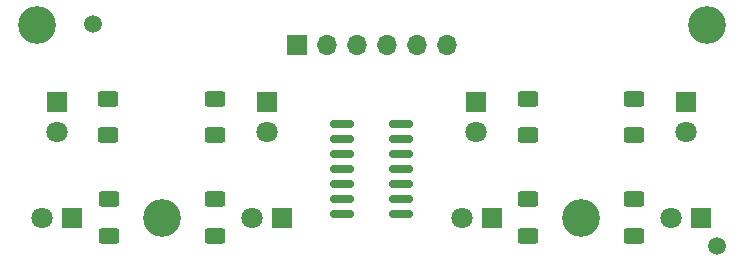
<source format=gbr>
%TF.GenerationSoftware,KiCad,Pcbnew,6.0.1-79c1e3a40b~116~ubuntu20.04.1*%
%TF.CreationDate,2022-02-17T01:53:58+05:30*%
%TF.ProjectId,lsa,6c73612e-6b69-4636-9164-5f7063625858,rev?*%
%TF.SameCoordinates,Original*%
%TF.FileFunction,Soldermask,Bot*%
%TF.FilePolarity,Negative*%
%FSLAX46Y46*%
G04 Gerber Fmt 4.6, Leading zero omitted, Abs format (unit mm)*
G04 Created by KiCad (PCBNEW 6.0.1-79c1e3a40b~116~ubuntu20.04.1) date 2022-02-17 01:53:58*
%MOMM*%
%LPD*%
G01*
G04 APERTURE LIST*
G04 Aperture macros list*
%AMRoundRect*
0 Rectangle with rounded corners*
0 $1 Rounding radius*
0 $2 $3 $4 $5 $6 $7 $8 $9 X,Y pos of 4 corners*
0 Add a 4 corners polygon primitive as box body*
4,1,4,$2,$3,$4,$5,$6,$7,$8,$9,$2,$3,0*
0 Add four circle primitives for the rounded corners*
1,1,$1+$1,$2,$3*
1,1,$1+$1,$4,$5*
1,1,$1+$1,$6,$7*
1,1,$1+$1,$8,$9*
0 Add four rect primitives between the rounded corners*
20,1,$1+$1,$2,$3,$4,$5,0*
20,1,$1+$1,$4,$5,$6,$7,0*
20,1,$1+$1,$6,$7,$8,$9,0*
20,1,$1+$1,$8,$9,$2,$3,0*%
G04 Aperture macros list end*
%ADD10C,3.200000*%
%ADD11R,1.700000X1.700000*%
%ADD12O,1.700000X1.700000*%
%ADD13R,1.800000X1.800000*%
%ADD14C,1.800000*%
%ADD15RoundRect,0.250000X0.625000X-0.400000X0.625000X0.400000X-0.625000X0.400000X-0.625000X-0.400000X0*%
%ADD16RoundRect,0.150000X0.825000X0.150000X-0.825000X0.150000X-0.825000X-0.150000X0.825000X-0.150000X0*%
%ADD17C,1.500000*%
G04 APERTURE END LIST*
D10*
%TO.C,REF\u002A\u002A*%
X133900000Y-88220000D03*
%TD*%
%TO.C,REF\u002A\u002A*%
X98460000Y-88220000D03*
%TD*%
D11*
%TO.C,J1*%
X109845000Y-73585000D03*
D12*
X112385000Y-73585000D03*
X114925000Y-73585000D03*
X117465000Y-73585000D03*
X120005000Y-73585000D03*
X122545000Y-73585000D03*
%TD*%
D13*
%TO.C,D3*%
X126325000Y-88220000D03*
D14*
X123785000Y-88220000D03*
%TD*%
D10*
%TO.C,REF\u002A\u002A*%
X144540000Y-71910000D03*
%TD*%
D14*
%TO.C,D1*%
X88285000Y-88220000D03*
D13*
X90825000Y-88220000D03*
%TD*%
%TO.C,D5*%
X89540000Y-78445000D03*
D14*
X89540000Y-80985000D03*
%TD*%
D13*
%TO.C,D7*%
X125040000Y-78445000D03*
D14*
X125040000Y-80985000D03*
%TD*%
%TO.C,D2*%
X106035000Y-88220000D03*
D13*
X108575000Y-88220000D03*
%TD*%
D10*
%TO.C,REF\u002A\u002A*%
X87810000Y-71910000D03*
%TD*%
D14*
%TO.C,D4*%
X141535000Y-88220000D03*
D13*
X144075000Y-88220000D03*
%TD*%
%TO.C,D6*%
X107290000Y-78445000D03*
D14*
X107290000Y-80985000D03*
%TD*%
D13*
%TO.C,D8*%
X142790000Y-78445000D03*
D14*
X142790000Y-80985000D03*
%TD*%
D15*
%TO.C,R4*%
X138380000Y-89760000D03*
X138380000Y-86660000D03*
%TD*%
%TO.C,R3*%
X129450000Y-89760000D03*
X129450000Y-86660000D03*
%TD*%
%TO.C,R5*%
X93890000Y-81230000D03*
X93890000Y-78130000D03*
%TD*%
D16*
%TO.C,U1*%
X113700000Y-80270000D03*
X113700000Y-81540000D03*
X113700000Y-82810000D03*
X113700000Y-84080000D03*
X113700000Y-85350000D03*
X113700000Y-86620000D03*
X113700000Y-87890000D03*
X118650000Y-87890000D03*
X118650000Y-86620000D03*
X118650000Y-85350000D03*
X118650000Y-84080000D03*
X118650000Y-82810000D03*
X118650000Y-81540000D03*
X118650000Y-80270000D03*
%TD*%
D17*
%TO.C,REF\u002A\u002A*%
X145440000Y-90610000D03*
%TD*%
D15*
%TO.C,R6*%
X102915713Y-78130000D03*
X102915713Y-81230000D03*
%TD*%
%TO.C,R8*%
X138360000Y-81250000D03*
X138360000Y-78150000D03*
%TD*%
%TO.C,R7*%
X129400000Y-78150000D03*
X129400000Y-81250000D03*
%TD*%
D17*
%TO.C,REF\u002A\u002A*%
X92550000Y-71850000D03*
%TD*%
D15*
%TO.C,R1*%
X93940000Y-86640000D03*
X93940000Y-89740000D03*
%TD*%
%TO.C,R2*%
X102920000Y-89750000D03*
X102920000Y-86650000D03*
%TD*%
M02*

</source>
